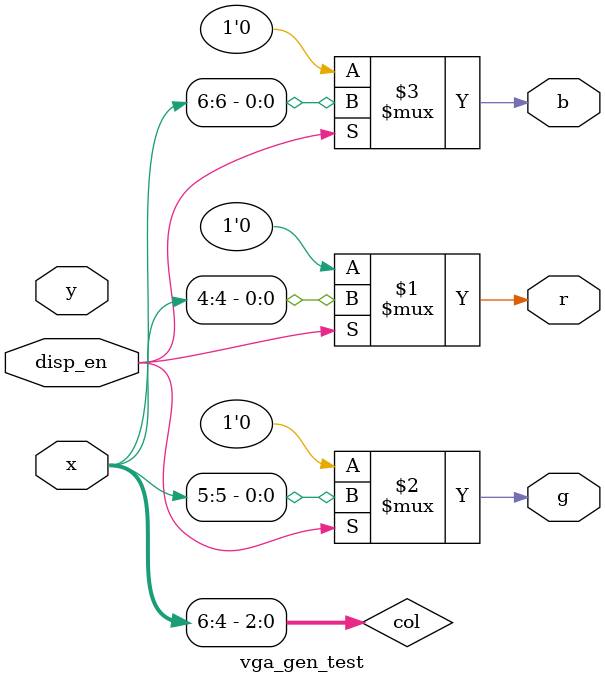
<source format=v>
module vga_gen_test(x, y, disp_en, r, g, b);
input [31:0] x;
input [31:0] y;
input disp_en;
output r;
output g;
output b;

wire [2:0] col = x[6:4];

assign r = disp_en ? col[0] : 1'b0;
assign g = disp_en ? col[1] : 1'b0;
assign b = disp_en ? col[2] : 1'b0;


endmodule
</source>
